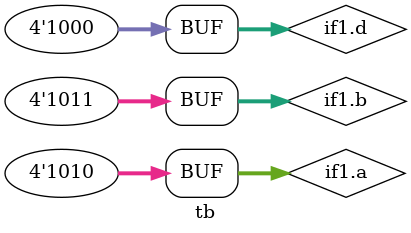
<source format=sv>
module add(intf.add add_if);
assign add_if.sum = add_if.a + add_if.b;
endmodule

module sub(intf.sub sub_if);
assign sub_if.result = sub_if.sum - sub_if.d;
endmodule

interface intf;
  logic[3:0] a,b,d;
  logic[4:0] sum,result;
  
  modport add(
  			input a,b,
  			output sum);
  
  modport sub(
  			input sum,d,
  			output result);
endinterface

module tb;
  intf if1();
  add add_dut(if1);
  sub sub_dut(if1);
  
  initial begin
    if1.a = 2;
    if1.b = 1;
    if1.d = 1;
    #20;
    if1.a = 10;
    if1.b = 11;
    if1.d=8;
    #20;
  end
  
  always@(if1.sum or if1.result)
    $display("time=%0t | a=%0d | b=%0d | d=%0d | sum=%0d | result=%0d",$time,if1.a,if1.b,if1.d,if1.sum,if1.result);
endmodule
/*time=0 | a=2 | b=1 | d=1 | sum=3 | result=2
time=20 | a=10 | b=11 | d=8 | sum=21 | result=13*/

</source>
